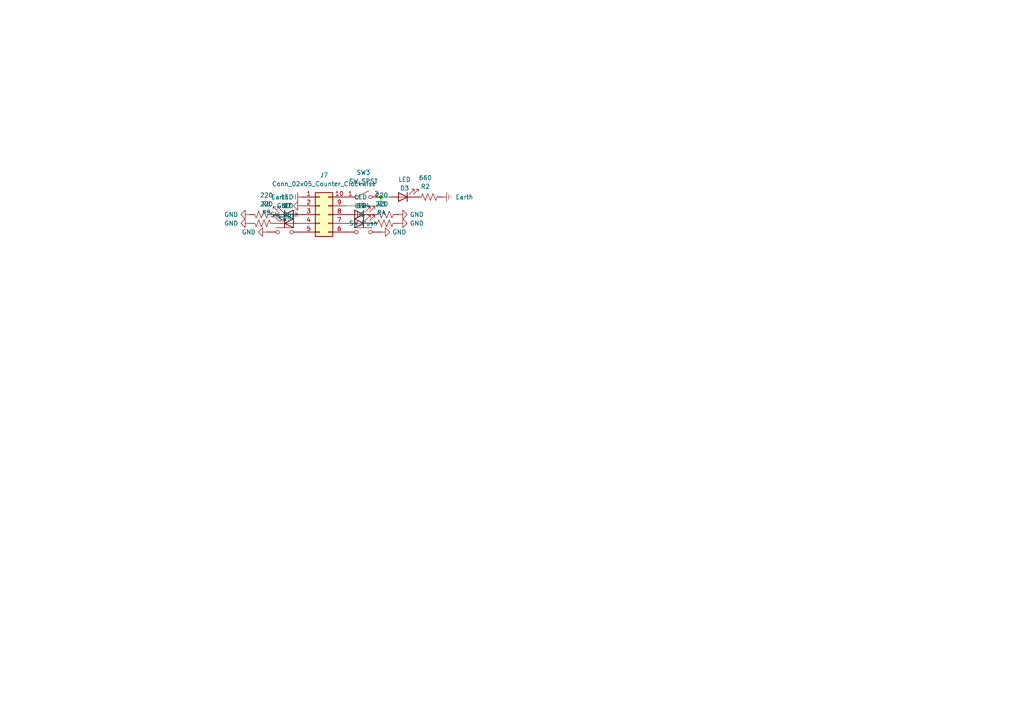
<source format=kicad_sch>
(kicad_sch (version 20231120) (generator "eeschema") (generator_version "8.0")
  (paper "A4")
  (lib_symbols
    (symbol "Connector_Generic:Conn_02x05_Counter_Clockwise" (pin_names (offset 1.016) hide)
      (property "Reference" "J" (at 1.27 7.62 0))
      (property "Value" "Conn_02x05_Counter_Clockwise" (at 1.27 -7.62 0))
      (symbol "Conn_02x05_Counter_Clockwise_1_1"
        (rectangle (start -1.27 -4.953) (end 0 -5.207) (stroke (width 0.1524)))
        (rectangle (start -1.27 -2.413) (end 0 -2.667) (stroke (width 0.1524)))
        (rectangle (start -1.27 0.127) (end 0 -0.127) (stroke (width 0.1524)))
        (rectangle (start -1.27 2.667) (end 0 2.413) (stroke (width 0.1524)))
        (rectangle (start -1.27 5.207) (end 0 4.953) (stroke (width 0.1524)))
        (rectangle (start -1.27 6.35) (end 3.81 -6.35) (stroke (width 0.254)) (fill (type background)))
        (rectangle (start 3.81 -4.953) (end 2.54 -5.207) (stroke (width 0.1524)))
        (rectangle (start 3.81 -2.413) (end 2.54 -2.667) (stroke (width 0.1524)))
        (rectangle (start 3.81 0.127) (end 2.54 -0.127) (stroke (width 0.1524)))
        (rectangle (start 3.81 2.667) (end 2.54 2.413) (stroke (width 0.1524)))
        (rectangle (start 3.81 5.207) (end 2.54 4.953) (stroke (width 0.1524)))
        (pin passive line (at -5.08 5.08 0) (length 3.81) (name "Pin_1") (number "1"))
        (pin passive line (at 7.62 5.08 180) (length 3.81) (name "Pin_10") (number "10"))
        (pin passive line (at -5.08 2.54 0) (length 3.81) (name "Pin_2") (number "2"))
        (pin passive line (at -5.08 0 0) (length 3.81) (name "Pin_3") (number "3"))
        (pin passive line (at -5.08 -2.54 0) (length 3.81) (name "Pin_4") (number "4"))
        (pin passive line (at -5.08 -5.08 0) (length 3.81) (name "Pin_5") (number "5"))
        (pin passive line (at 7.62 -5.08 180) (length 3.81) (name "Pin_6") (number "6"))
        (pin passive line (at 7.62 -2.54 180) (length 3.81) (name "Pin_7") (number "7"))
        (pin passive line (at 7.62 0 180) (length 3.81) (name "Pin_8") (number "8"))
        (pin passive line (at 7.62 2.54 180) (length 3.81) (name "Pin_9") (number "9"))
      )
    )
    (symbol "Device:LED" (pin_numbers hide) (pin_names (offset 1.016) hide)
      (property "Reference" "D" (at 0 2.54 0))
      (property "Value" "LED" (at 0 -2.54 0))
      (symbol "LED_0_1"
        (polyline (pts (xy -1.27 -1.27) (xy -1.27 1.27)) (stroke (width 0.254)))
        (polyline (pts (xy -1.27 0) (xy 1.27 0)))
        (polyline (pts (xy 1.27 -1.27) (xy 1.27 1.27) (xy -1.27 0) (xy 1.27 -1.27)) (stroke (width 0.254)))
        (polyline (pts (xy -3.048 -0.762) (xy -4.572 -2.286) (xy -3.81 -2.286) (xy -4.572 -2.286) (xy -4.572 -1.524)))
        (polyline (pts (xy -1.778 -0.762) (xy -3.302 -2.286) (xy -2.54 -2.286) (xy -3.302 -2.286) (xy -3.302 -1.524)))
      )
      (symbol "LED_1_1"
        (pin passive line (at -3.81 0 0) (length 2.54) (name "K") (number "1"))
        (pin passive line (at 3.81 0 180) (length 2.54) (name "A") (number "2"))
      )
    )
    (symbol "Device:R_US" (pin_numbers hide) (pin_names (offset 0))
      (property "Reference" "R" (at 2.54 0 90))
      (property "Value" "R_US" (at -2.54 0 90))
      (symbol "R_US_0_1"
        (polyline (pts (xy 0 -2.286) (xy 0 -2.54)))
        (polyline (pts (xy 0 2.286) (xy 0 2.54)))
        (polyline (pts (xy 0 -0.762) (xy 1.016 -1.143) (xy 0 -1.524) (xy -1.016 -1.905) (xy 0 -2.286)))
        (polyline (pts (xy 0 0.762) (xy 1.016 0.381) (xy 0 0) (xy -1.016 -0.381) (xy 0 -0.762)))
        (polyline (pts (xy 0 2.286) (xy 1.016 1.905) (xy 0 1.524) (xy -1.016 1.143) (xy 0 0.762)))
      )
      (symbol "R_US_1_1"
        (pin passive line (at 0 3.81 270) (length 1.27) (name "~") (number "1"))
        (pin passive line (at 0 -3.81 90) (length 1.27) (name "~") (number "2"))
      )
    )
    (symbol "Switch:SW_Push" (pin_numbers hide) (pin_names (offset 1.016) hide)
      (property "Reference" "SW" (at 1.27 2.54 0))
      (property "Value" "SW_Push" (at 0 -1.524 0))
      (symbol "SW_Push_0_1"
        (circle (center -2.032 0) (radius 0.508))
        (polyline (pts (xy 0 1.27) (xy 0 3.048)))
        (polyline (pts (xy 2.54 1.27) (xy -2.54 1.27)))
        (circle (center 2.032 0) (radius 0.508))
        (pin passive line (at -5.08 0 0) (length 2.54) (name "1") (number "1"))
        (pin passive line (at 5.08 0 180) (length 2.54) (name "2") (number "2"))
      )
    )
    (symbol "Switch:SW_SPST" (pin_names (offset 0) hide)
      (property "Reference" "SW" (at 0 3.175 0))
      (property "Value" "SW_SPST" (at 0 -2.54 0))
      (symbol "SW_SPST_0_0"
        (circle (center -2.032 0) (radius 0.508))
        (polyline (pts (xy -1.524 0.254) (xy 1.524 1.778)))
        (circle (center 2.032 0) (radius 0.508))
      )
      (symbol "SW_SPST_1_1"
        (pin passive line (at -5.08 0 0) (length 2.54) (name "A") (number "1"))
        (pin passive line (at 5.08 0 180) (length 2.54) (name "B") (number "2"))
      )
    )
    (symbol "power:Earth" (power) (pin_numbers hide) (pin_names (offset 0) hide)
      (property "Value" "Earth" (at 0 -3.81 0))
      (symbol "Earth_0_1"
        (polyline (pts (xy -0.635 -1.905) (xy 0.635 -1.905)))
        (polyline (pts (xy -0.127 -2.54) (xy 0.127 -2.54)))
        (polyline (pts (xy 0 -1.27) (xy 0 0)))
        (polyline (pts (xy 1.27 -1.27) (xy -1.27 -1.27)))
      )
      (symbol "Earth_1_1"
        (pin power_in line (at 0 0 270) (length 0) (name "~") (number "1"))
      )
    )
    (symbol "power:GND" (power) (pin_numbers hide) (pin_names (offset 0) hide)
      (property "Value" "GND" (at 0 -3.81 0))
      (symbol "GND_0_1"
        (polyline (pts (xy 0 0) (xy 0 -1.27) (xy 1.27 -1.27) (xy 0 -2.54) (xy -1.27 -1.27) (xy 0 -1.27)))
      )
      (symbol "GND_1_1"
        (pin power_in line (at 0 0 270) (length 0) (name "~") (number "1"))
      )
    )
  )
  (junction (at 110.49 57.15))
  (wire (pts (xy 110.49 57.15) (xy 110.49 59.69)))
  (wire (pts (xy 110.49 59.69) (xy 100.33 59.69)))
  (wire (pts (xy 113.03 57.15) (xy 110.49 57.15)))
  (symbol (lib_id "Device:LED") (at 104.14 62.23 180) (unit 1)
    (property "Reference" "D4" (at 104.648 59.69 0))
    (property "Value" "LED" (at 104.648 57.15 0))
    (property "Footprint" "LED_THT:LED_D5.0mm" (effects (hide yes)))
    (property "Description" "Light emitting diode" (effects (hide yes)))
  )
  (symbol (lib_id "Device:LED") (at 116.84 57.15 180) (unit 1)
    (property "Reference" "D3" (at 117.348 54.61 0))
    (property "Value" "LED" (at 117.348 52.07 0))
    (property "Footprint" "LED_THT:LED_D5.0mm" (effects (hide yes)))
    (property "Description" "Light emitting diode" (effects (hide yes)))
  )
  (symbol (lib_id "power:GND") (at 72.39 62.23 270) (unit 1)
    (property "Reference" "#PWR034" (effects (hide yes)))
    (property "Value" "GND" (at 67.056 62.23 90))
    (property "Description" "Power symbol creates a global label with name \"GND\" , ground" (effects (hide yes)))
  )
  (symbol (lib_id "Device:LED") (at 83.82 62.23 0) (mirror x) (unit 1)
    (property "Reference" "D7" (at 83.312 59.69 0))
    (property "Value" "LED" (at 83.312 57.15 0))
    (property "Footprint" "LED_THT:LED_D5.0mm" (effects (hide yes)))
    (property "Description" "Light emitting diode" (effects (hide yes)))
  )
  (symbol (lib_id "power:Earth") (at 87.63 57.15 270) (unit 1)
    (property "Reference" "#PWR024" (effects (hide yes)))
    (property "Value" "Earth" (at 83.82 57.15 90) (effects (justify right)))
    (property "Description" "Power symbol creates a global label with name \"Earth\"" (effects (hide yes)))
  )
  (symbol (lib_id "Switch:SW_SPST") (at 105.41 57.15 0) (unit 1)
    (property "Reference" "SW3" (at 105.41 50.038 0))
    (property "Value" "SW_SPST" (at 105.41 52.578 0))
    (property "Footprint" "Button_Switch_THT:SW_Slide_SPDT_Angled_CK_OS102011MA1Q" (effects (hide yes)))
    (property "Description" "Single Pole Single Throw (SPST) switch" (effects (hide yes)))
  )
  (symbol (lib_id "Device:R_US") (at 124.46 57.15 270) (unit 1)
    (property "Reference" "R2" (at 123.3805 54.102 90))
    (property "Value" "660" (at 123.3805 51.562 90))
    (property "Footprint" "Resistor_THT:R_Axial_DIN0207_L6.3mm_D2.5mm_P10.16mm_Horizontal" (effects (hide yes)))
    (property "Description" "Resistor, US symbol" (effects (hide yes)))
  )
  (symbol (lib_id "power:GND") (at 72.39 64.77 270) (unit 1)
    (property "Reference" "#PWR033" (effects (hide yes)))
    (property "Value" "GND" (at 67.056 64.77 90))
    (property "Description" "Power symbol creates a global label with name \"GND\" , ground" (effects (hide yes)))
  )
  (symbol (lib_id "power:GND") (at 110.49 67.31 90) (unit 1)
    (property "Reference" "#PWR036" (effects (hide yes)))
    (property "Value" "GND" (at 115.824 67.31 90))
    (property "Description" "Power symbol creates a global label with name \"GND\" , ground" (effects (hide yes)))
  )
  (symbol (lib_id "power:GND") (at 115.57 62.23 90) (mirror x) (unit 1)
    (property "Reference" "#PWR031" (effects (hide yes)))
    (property "Value" "GND" (at 120.904 62.23 90))
    (property "Description" "Power symbol creates a global label with name \"GND\" , ground" (effects (hide yes)))
  )
  (symbol (lib_id "power:GND") (at 87.63 59.69 270) (mirror x) (unit 1)
    (property "Reference" "#PWR025" (effects (hide yes)))
    (property "Value" "GND" (at 82.296 59.69 90))
    (property "Description" "Power symbol creates a global label with name \"GND\" , ground" (effects (hide yes)))
  )
  (symbol (lib_id "Device:R_US") (at 111.76 64.77 270) (unit 1)
    (property "Reference" "R4" (at 110.6805 61.722 90))
    (property "Value" "220" (at 110.6805 59.182 90))
    (property "Footprint" "Resistor_THT:R_Axial_DIN0207_L6.3mm_D2.5mm_P10.16mm_Horizontal" (effects (hide yes)))
    (property "Description" "Resistor, US symbol" (effects (hide yes)))
  )
  (symbol (lib_id "Device:R_US") (at 76.2 62.23 90) (mirror x) (unit 1)
    (property "Reference" "R6" (at 77.2795 59.182 90))
    (property "Value" "220" (at 77.2795 56.642 90))
    (property "Footprint" "Resistor_THT:R_Axial_DIN0207_L6.3mm_D2.5mm_P10.16mm_Horizontal" (effects (hide yes)))
    (property "Description" "Resistor, US symbol" (effects (hide yes)))
  )
  (symbol (lib_id "Connector_Generic:Conn_02x05_Counter_Clockwise") (at 92.71 62.23 0) (unit 1)
    (property "Reference" "J7" (at 93.98 50.8 0))
    (property "Value" "Conn_02x05_Counter_Clockwise" (at 93.98 53.34 0))
    (property "Footprint" "Connector_IDC:IDC-Header_2x05_P2.54mm_Vertical" (effects (hide yes)))
    (property "Description" "Generic connector, double row, 02x05, counter clockwise pin numbering scheme (similar to DIP package numbering), script generated (kicad-library-utils/schlib/autogen/connector/)" (effects (hide yes)))
  )
  (symbol (lib_id "Switch:SW_Push") (at 105.41 67.31 0) (unit 1)
    (property "Reference" "SW4" (at 105.41 59.69 0))
    (property "Value" "SW_Push" (at 105.41 64.77 0))
    (property "Footprint" "Button_Switch_THT:SW_PUSH_6mm" (effects (hide yes)))
    (property "Description" "Push button switch, generic, two pins" (effects (hide yes)))
  )
  (symbol (lib_id "Device:R_US") (at 76.2 64.77 90) (mirror x) (unit 1)
    (property "Reference" "R5" (at 77.2795 61.722 90))
    (property "Value" "220" (at 77.2795 59.182 90))
    (property "Footprint" "Resistor_THT:R_Axial_DIN0207_L6.3mm_D2.5mm_P10.16mm_Horizontal" (effects (hide yes)))
    (property "Description" "Resistor, US symbol" (effects (hide yes)))
  )
  (symbol (lib_id "Device:R_US") (at 111.76 62.23 270) (unit 1)
    (property "Reference" "R3" (at 110.6805 59.182 90))
    (property "Value" "220" (at 110.6805 56.642 90))
    (property "Footprint" "Resistor_THT:R_Axial_DIN0207_L6.3mm_D2.5mm_P10.16mm_Horizontal" (effects (hide yes)))
    (property "Description" "Resistor, US symbol" (effects (hide yes)))
  )
  (symbol (lib_id "Device:LED") (at 83.82 64.77 0) (mirror x) (unit 1)
    (property "Reference" "D6" (at 83.312 62.23 0))
    (property "Value" "LED" (at 83.312 59.69 0))
    (property "Footprint" "LED_THT:LED_D5.0mm" (effects (hide yes)))
    (property "Description" "Light emitting diode" (effects (hide yes)))
  )
  (symbol (lib_id "power:GND") (at 77.47 67.31 270) (unit 1)
    (property "Reference" "#PWR035" (effects (hide yes)))
    (property "Value" "GND" (at 72.136 67.31 90))
    (property "Description" "Power symbol creates a global label with name \"GND\" , ground" (effects (hide yes)))
  )
  (symbol (lib_id "power:GND") (at 115.57 64.77 90) (mirror x) (unit 1)
    (property "Reference" "#PWR032" (effects (hide yes)))
    (property "Value" "GND" (at 120.904 64.77 90))
    (property "Description" "Power symbol creates a global label with name \"GND\" , ground" (effects (hide yes)))
  )
  (symbol (lib_id "Device:LED") (at 104.14 64.77 180) (unit 1)
    (property "Reference" "D5" (at 104.648 62.23 0))
    (property "Value" "LED" (at 104.648 59.69 0))
    (property "Footprint" "LED_THT:LED_D5.0mm" (effects (hide yes)))
    (property "Description" "Light emitting diode" (effects (hide yes)))
  )
  (symbol (lib_id "Switch:SW_Push") (at 82.55 67.31 0) (unit 1)
    (property "Reference" "SW5" (at 82.55 63.5 0))
    (property "Value" "SW_Push" (at 82.55 62.23 0))
    (property "Footprint" "Button_Switch_THT:SW_PUSH_6mm" (effects (hide yes)))
    (property "Description" "Push button switch, generic, two pins" (effects (hide yes)))
  )
  (symbol (lib_id "power:Earth") (at 128.27 57.15 90) (unit 1)
    (property "Reference" "#PWR023" (effects (hide yes)))
    (property "Value" "Earth" (at 132.08 57.15 90) (effects (justify right)))
    (property "Description" "Power symbol creates a global label with name \"Earth\"" (effects (hide yes)))
  )
)
</source>
